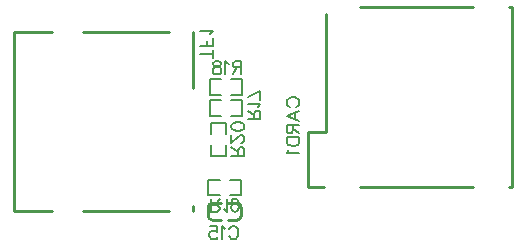
<source format=gbo>
G04 Layer: BottomSilkscreenLayer*
G04 EasyEDA v6.5.54, 2026-02-06 19:08:49*
G04 4cf94d710e704693a343972755933389,ab8ce68afc924fbca291fda1b5b5a17a,10*
G04 Gerber Generator version 0.2*
G04 Scale: 100 percent, Rotated: No, Reflected: No *
G04 Dimensions in millimeters *
G04 leading zeros omitted , absolute positions ,4 integer and 5 decimal *
%FSLAX45Y45*%
%MOMM*%

%ADD10C,0.1524*%
%ADD11C,0.2540*%
%ADD12C,0.0132*%

%LPD*%
D10*
X3268535Y-1068578D02*
G01*
X3258121Y-1063244D01*
X3247707Y-1052829D01*
X3242627Y-1042670D01*
X3242627Y-1021842D01*
X3247707Y-1011428D01*
X3258121Y-1001013D01*
X3268535Y-995679D01*
X3284283Y-990600D01*
X3310191Y-990600D01*
X3325685Y-995679D01*
X3336099Y-1001013D01*
X3346513Y-1011428D01*
X3351593Y-1021842D01*
X3351593Y-1042670D01*
X3346513Y-1052829D01*
X3336099Y-1063244D01*
X3325685Y-1068578D01*
X3242627Y-1144270D02*
G01*
X3351593Y-1102868D01*
X3242627Y-1144270D02*
G01*
X3351593Y-1185926D01*
X3315271Y-1118362D02*
G01*
X3315271Y-1170431D01*
X3242627Y-1220215D02*
G01*
X3351593Y-1220215D01*
X3242627Y-1220215D02*
G01*
X3242627Y-1266952D01*
X3247707Y-1282700D01*
X3253041Y-1287779D01*
X3263455Y-1292860D01*
X3273869Y-1292860D01*
X3284283Y-1287779D01*
X3289363Y-1282700D01*
X3294443Y-1266952D01*
X3294443Y-1220215D01*
X3294443Y-1256537D02*
G01*
X3351593Y-1292860D01*
X3242627Y-1327150D02*
G01*
X3351593Y-1327150D01*
X3242627Y-1327150D02*
G01*
X3242627Y-1363726D01*
X3247707Y-1379220D01*
X3258121Y-1389634D01*
X3268535Y-1394713D01*
X3284283Y-1400047D01*
X3310191Y-1400047D01*
X3325685Y-1394713D01*
X3336099Y-1389634D01*
X3346513Y-1379220D01*
X3351593Y-1363726D01*
X3351593Y-1327150D01*
X3263455Y-1434337D02*
G01*
X3258121Y-1444752D01*
X3242627Y-1460245D01*
X3351593Y-1460245D01*
X2617215Y-624090D02*
G01*
X2508250Y-624090D01*
X2617215Y-660412D02*
G01*
X2617215Y-587768D01*
X2617215Y-553478D02*
G01*
X2508250Y-553478D01*
X2617215Y-553478D02*
G01*
X2617215Y-485914D01*
X2565400Y-553478D02*
G01*
X2565400Y-511822D01*
X2596388Y-451624D02*
G01*
X2601722Y-441210D01*
X2617215Y-425462D01*
X2508250Y-425462D01*
X2754122Y-2107692D02*
G01*
X2759456Y-2097278D01*
X2769870Y-2086863D01*
X2780029Y-2081784D01*
X2800858Y-2081784D01*
X2811272Y-2086863D01*
X2821686Y-2097278D01*
X2827020Y-2107692D01*
X2832100Y-2123439D01*
X2832100Y-2149347D01*
X2827020Y-2164842D01*
X2821686Y-2175255D01*
X2811272Y-2185670D01*
X2800858Y-2190750D01*
X2780029Y-2190750D01*
X2769870Y-2185670D01*
X2759456Y-2175255D01*
X2754122Y-2164842D01*
X2719831Y-2102612D02*
G01*
X2709418Y-2097278D01*
X2693924Y-2081784D01*
X2693924Y-2190750D01*
X2597150Y-2081784D02*
G01*
X2649220Y-2081784D01*
X2654300Y-2128520D01*
X2649220Y-2123439D01*
X2633725Y-2118105D01*
X2617977Y-2118105D01*
X2602484Y-2123439D01*
X2592070Y-2133600D01*
X2586990Y-2149347D01*
X2586990Y-2159762D01*
X2592070Y-2175255D01*
X2602484Y-2185670D01*
X2617977Y-2190750D01*
X2633725Y-2190750D01*
X2649220Y-2185670D01*
X2654300Y-2180589D01*
X2659634Y-2170176D01*
X3020568Y-1176781D02*
G01*
X2911602Y-1176781D01*
X3020568Y-1176781D02*
G01*
X3020568Y-1130045D01*
X3015488Y-1114552D01*
X3010154Y-1109218D01*
X2999740Y-1104137D01*
X2989325Y-1104137D01*
X2978911Y-1109218D01*
X2973831Y-1114552D01*
X2968752Y-1130045D01*
X2968752Y-1176781D01*
X2968752Y-1140460D02*
G01*
X2911602Y-1104137D01*
X2999740Y-1069847D02*
G01*
X3005074Y-1059434D01*
X3020568Y-1043686D01*
X2911602Y-1043686D01*
X3020568Y-936752D02*
G01*
X2911602Y-988821D01*
X3020568Y-1009395D02*
G01*
X3020568Y-936752D01*
X2857500Y-684784D02*
G01*
X2857500Y-793750D01*
X2857500Y-684784D02*
G01*
X2810763Y-684784D01*
X2795270Y-689863D01*
X2789936Y-695197D01*
X2784856Y-705612D01*
X2784856Y-716026D01*
X2789936Y-726439D01*
X2795270Y-731520D01*
X2810763Y-736600D01*
X2857500Y-736600D01*
X2821177Y-736600D02*
G01*
X2784856Y-793750D01*
X2750565Y-705612D02*
G01*
X2740152Y-700278D01*
X2724404Y-684784D01*
X2724404Y-793750D01*
X2664206Y-684784D02*
G01*
X2679700Y-689863D01*
X2685034Y-700278D01*
X2685034Y-710692D01*
X2679700Y-721105D01*
X2669540Y-726439D01*
X2648711Y-731520D01*
X2632963Y-736600D01*
X2622550Y-747013D01*
X2617470Y-757428D01*
X2617470Y-773176D01*
X2622550Y-783589D01*
X2627884Y-788670D01*
X2643377Y-793750D01*
X2664206Y-793750D01*
X2679700Y-788670D01*
X2685034Y-783589D01*
X2690113Y-773176D01*
X2690113Y-757428D01*
X2685034Y-747013D01*
X2674620Y-736600D01*
X2659125Y-731520D01*
X2638297Y-726439D01*
X2627884Y-721105D01*
X2622550Y-710692D01*
X2622550Y-700278D01*
X2627884Y-689863D01*
X2643377Y-684784D01*
X2664206Y-684784D01*
X2883915Y-1485900D02*
G01*
X2774950Y-1485900D01*
X2883915Y-1485900D02*
G01*
X2883915Y-1439163D01*
X2878836Y-1423670D01*
X2873502Y-1418336D01*
X2863088Y-1413255D01*
X2852674Y-1413255D01*
X2842259Y-1418336D01*
X2837179Y-1423670D01*
X2832100Y-1439163D01*
X2832100Y-1485900D01*
X2832100Y-1449578D02*
G01*
X2774950Y-1413255D01*
X2858008Y-1373631D02*
G01*
X2863088Y-1373631D01*
X2873502Y-1368552D01*
X2878836Y-1363218D01*
X2883915Y-1352804D01*
X2883915Y-1332229D01*
X2878836Y-1321815D01*
X2873502Y-1316481D01*
X2863088Y-1311402D01*
X2852674Y-1311402D01*
X2842259Y-1316481D01*
X2826765Y-1326895D01*
X2774950Y-1378965D01*
X2774950Y-1306068D01*
X2883915Y-1240789D02*
G01*
X2878836Y-1256284D01*
X2863088Y-1266697D01*
X2837179Y-1271778D01*
X2821686Y-1271778D01*
X2795524Y-1266697D01*
X2780029Y-1256284D01*
X2774950Y-1240789D01*
X2774950Y-1230376D01*
X2780029Y-1214628D01*
X2795524Y-1204213D01*
X2821686Y-1199134D01*
X2837179Y-1199134D01*
X2863088Y-1204213D01*
X2878836Y-1214628D01*
X2883915Y-1230376D01*
X2883915Y-1240789D01*
X2603500Y-1956815D02*
G01*
X2603500Y-1847850D01*
X2603500Y-1956815D02*
G01*
X2650236Y-1956815D01*
X2665729Y-1951736D01*
X2671063Y-1946402D01*
X2676143Y-1935987D01*
X2676143Y-1925573D01*
X2671063Y-1915160D01*
X2665729Y-1910079D01*
X2650236Y-1905000D01*
X2603500Y-1905000D01*
X2639822Y-1905000D02*
G01*
X2676143Y-1847850D01*
X2710434Y-1935987D02*
G01*
X2720847Y-1941321D01*
X2736595Y-1956815D01*
X2736595Y-1847850D01*
X2838450Y-1920494D02*
G01*
X2833115Y-1905000D01*
X2822702Y-1894586D01*
X2807208Y-1889252D01*
X2801874Y-1889252D01*
X2786379Y-1894586D01*
X2775965Y-1905000D01*
X2770886Y-1920494D01*
X2770886Y-1925573D01*
X2775965Y-1941321D01*
X2786379Y-1951736D01*
X2801874Y-1956815D01*
X2807208Y-1956815D01*
X2822702Y-1951736D01*
X2833115Y-1941321D01*
X2838450Y-1920494D01*
X2838450Y-1894586D01*
X2833115Y-1868423D01*
X2822702Y-1852929D01*
X2807208Y-1847850D01*
X2796793Y-1847850D01*
X2781300Y-1852929D01*
X2775965Y-1863344D01*
D11*
X3424999Y-1730598D02*
G01*
X3424999Y-1282700D01*
X3577399Y-1282700D01*
X3577399Y-281251D01*
X3557998Y-1752600D02*
G01*
X3424999Y-1752600D01*
X3424999Y-1730598D01*
X4817991Y-1752600D02*
G01*
X3865227Y-1752600D01*
X5125270Y-228600D02*
G01*
X5152199Y-228600D01*
X5152199Y-1752600D01*
X5125219Y-1752600D01*
X3865252Y-228600D02*
G01*
X4818042Y-228600D01*
X2447696Y-723597D02*
G01*
X2447696Y-908814D01*
X2445806Y-1951812D02*
G01*
X2448699Y-1951812D01*
X2448699Y-1906925D01*
X1520814Y-1951812D02*
G01*
X2249576Y-1951812D01*
X947696Y-436813D02*
G01*
X934702Y-436813D01*
X934702Y-1938809D01*
X934702Y-1951812D01*
X1254587Y-1951812D01*
X1254584Y-436813D02*
G01*
X947696Y-436813D01*
X2249586Y-436813D02*
G01*
X1520812Y-436813D01*
X2447696Y-723597D02*
G01*
X2447696Y-436813D01*
X2445816Y-436813D01*
X2745818Y-2026757D02*
G01*
X2825816Y-2026757D01*
X2689773Y-2026803D02*
G01*
X2609776Y-2026803D01*
X2745818Y-1884789D02*
G01*
X2825816Y-1884789D01*
X2689773Y-1884837D02*
G01*
X2609776Y-1884837D01*
X2856791Y-1995774D02*
G01*
X2856791Y-1915769D01*
X2578798Y-1915822D02*
G01*
X2578798Y-1995825D01*
D10*
X2687878Y-1145560D02*
G01*
X2591991Y-1145560D01*
X2591991Y-1013439D01*
X2687878Y-1013439D01*
X2773121Y-1145560D02*
G01*
X2869008Y-1145560D01*
X2869008Y-1013439D01*
X2773121Y-1013439D01*
X2687878Y-967760D02*
G01*
X2591991Y-967760D01*
X2591991Y-835639D01*
X2687878Y-835639D01*
X2773121Y-967760D02*
G01*
X2869008Y-967760D01*
X2869008Y-835639D01*
X2773121Y-835639D01*
X2600939Y-1303578D02*
G01*
X2600939Y-1207691D01*
X2733060Y-1207691D01*
X2733060Y-1303578D01*
X2600939Y-1388821D02*
G01*
X2600939Y-1484708D01*
X2733060Y-1484708D01*
X2733060Y-1388821D01*
X2760421Y-1686539D02*
G01*
X2856308Y-1686539D01*
X2856308Y-1818660D01*
X2760421Y-1818660D01*
X2675178Y-1686539D02*
G01*
X2579291Y-1686539D01*
X2579291Y-1818660D01*
X2675178Y-1818660D01*
D11*
G75*
G01*
X2609781Y-1884837D02*
G03*
X2578799Y-1915823I0J-30983D01*
G75*
G01*
X2578799Y-1995820D02*
G03*
X2609781Y-2026803I30982J0D01*
G75*
G01*
X2825811Y-2026757D02*
G03*
X2856791Y-1995775I-3J30982D01*
G75*
G01*
X2856791Y-1915777D02*
G03*
X2825811Y-1884789I-30983J5D01*
M02*

</source>
